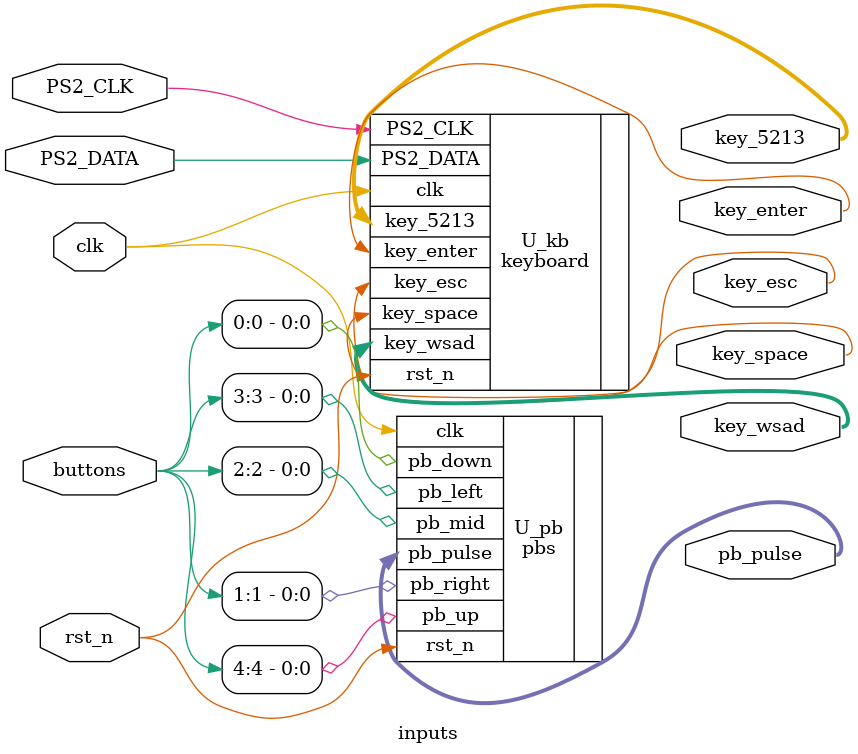
<source format=v>
module inputs(
    clk,
    rst_n,
    PS2_DATA,
    PS2_CLK,
    buttons,
    key_esc,
    key_space,
    key_enter,
    key_wsad,
    key_5213,
    pb_pulse
);
input clk, rst_n;
inout wire PS2_DATA;
inout wire PS2_CLK;
input [4:0] buttons;
output key_esc, key_space, key_enter;
output [3:0] key_wsad, key_5213;
output [4:0] pb_pulse;

keyboard U_kb(
    .clk(clk),
    .rst_n(rst_n),
    .PS2_DATA(PS2_DATA),
    .PS2_CLK(PS2_CLK),
    .key_esc(key_esc),
    .key_space(key_space),
    .key_enter(key_enter),
    .key_wsad(key_wsad),
    .key_5213(key_5213)
);

pbs U_pb(
    .clk(clk),
    .rst_n(rst_n),
    .pb_up(buttons[4]),
    .pb_left(buttons[3]),
    .pb_mid(buttons[2]),
    .pb_right(buttons[1]),
    .pb_down(buttons[0]),
    .pb_pulse(pb_pulse)
);

endmodule

</source>
